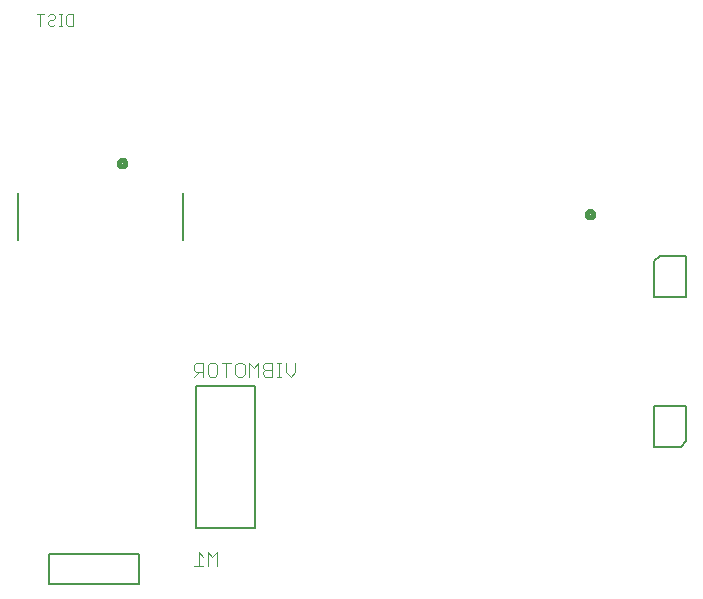
<source format=gbo>
G75*
%MOIN*%
%OFA0B0*%
%FSLAX24Y24*%
%IPPOS*%
%LPD*%
%AMOC8*
5,1,8,0,0,1.08239X$1,22.5*
%
%ADD10C,0.0160*%
%ADD11C,0.0030*%
%ADD12C,0.0050*%
%ADD13C,0.0040*%
D10*
X017424Y020555D02*
X017426Y020575D01*
X017432Y020594D01*
X017441Y020612D01*
X017453Y020628D01*
X017469Y020641D01*
X017486Y020651D01*
X017505Y020658D01*
X017525Y020661D01*
X017545Y020660D01*
X017565Y020655D01*
X017583Y020647D01*
X017599Y020635D01*
X017613Y020621D01*
X017624Y020604D01*
X017632Y020585D01*
X017636Y020565D01*
X017636Y020545D01*
X017632Y020525D01*
X017624Y020506D01*
X017613Y020489D01*
X017599Y020475D01*
X017583Y020463D01*
X017565Y020455D01*
X017545Y020450D01*
X017525Y020449D01*
X017505Y020452D01*
X017486Y020459D01*
X017469Y020469D01*
X017453Y020482D01*
X017441Y020498D01*
X017432Y020516D01*
X017426Y020535D01*
X017424Y020555D01*
X033027Y018855D02*
X033029Y018875D01*
X033035Y018894D01*
X033044Y018912D01*
X033057Y018928D01*
X033073Y018941D01*
X033091Y018950D01*
X033110Y018956D01*
X033130Y018958D01*
X033150Y018956D01*
X033169Y018950D01*
X033187Y018941D01*
X033203Y018928D01*
X033216Y018912D01*
X033225Y018894D01*
X033231Y018875D01*
X033233Y018855D01*
X033231Y018835D01*
X033225Y018816D01*
X033216Y018798D01*
X033203Y018782D01*
X033187Y018769D01*
X033169Y018760D01*
X033150Y018754D01*
X033130Y018752D01*
X033110Y018754D01*
X033091Y018760D01*
X033073Y018769D01*
X033057Y018782D01*
X033044Y018798D01*
X033035Y018816D01*
X033029Y018835D01*
X033027Y018855D01*
D11*
X015915Y025145D02*
X015729Y025145D01*
X015668Y025207D01*
X015668Y025454D01*
X015729Y025515D01*
X015915Y025515D01*
X015915Y025145D01*
X015546Y025145D02*
X015423Y025145D01*
X015485Y025145D02*
X015485Y025515D01*
X015546Y025515D02*
X015423Y025515D01*
X015301Y025454D02*
X015301Y025392D01*
X015239Y025330D01*
X015116Y025330D01*
X015054Y025268D01*
X015054Y025207D01*
X015116Y025145D01*
X015239Y025145D01*
X015301Y025207D01*
X015301Y025454D02*
X015239Y025515D01*
X015116Y025515D01*
X015054Y025454D01*
X014932Y025515D02*
X014686Y025515D01*
X014809Y025515D02*
X014809Y025145D01*
D12*
X015105Y006530D02*
X018105Y006530D01*
X018105Y007530D01*
X015105Y007530D01*
X015105Y006530D01*
X019995Y008405D02*
X021964Y008405D01*
X021964Y013129D01*
X019995Y013129D01*
X019995Y008405D01*
X019561Y017993D02*
X019561Y019567D01*
X014049Y019567D02*
X014049Y017993D01*
X035273Y017280D02*
X035273Y016111D01*
X036336Y016111D01*
X036336Y017449D01*
X035455Y017449D01*
X035273Y017280D01*
X035273Y012449D02*
X035273Y011111D01*
X036155Y011111D01*
X036336Y011280D01*
X036336Y012449D01*
X035273Y012449D01*
D13*
X023308Y013590D02*
X023155Y013437D01*
X023001Y013590D01*
X023001Y013897D01*
X022848Y013897D02*
X022694Y013897D01*
X022771Y013897D02*
X022771Y013437D01*
X022848Y013437D02*
X022694Y013437D01*
X022541Y013437D02*
X022311Y013437D01*
X022234Y013514D01*
X022234Y013590D01*
X022311Y013667D01*
X022541Y013667D01*
X022541Y013437D02*
X022541Y013897D01*
X022311Y013897D01*
X022234Y013820D01*
X022234Y013744D01*
X022311Y013667D01*
X022080Y013437D02*
X022080Y013897D01*
X021927Y013744D01*
X021774Y013897D01*
X021774Y013437D01*
X021620Y013514D02*
X021543Y013437D01*
X021390Y013437D01*
X021313Y013514D01*
X021313Y013820D01*
X021390Y013897D01*
X021543Y013897D01*
X021620Y013820D01*
X021620Y013514D01*
X021160Y013897D02*
X020853Y013897D01*
X021006Y013897D02*
X021006Y013437D01*
X020699Y013514D02*
X020699Y013820D01*
X020623Y013897D01*
X020469Y013897D01*
X020392Y013820D01*
X020392Y013514D01*
X020469Y013437D01*
X020623Y013437D01*
X020699Y013514D01*
X020239Y013590D02*
X020009Y013590D01*
X019932Y013667D01*
X019932Y013820D01*
X020009Y013897D01*
X020239Y013897D01*
X020239Y013437D01*
X020085Y013590D02*
X019932Y013437D01*
X023308Y013590D02*
X023308Y013897D01*
X020699Y007598D02*
X020546Y007445D01*
X020392Y007598D01*
X020392Y007138D01*
X020239Y007138D02*
X019932Y007138D01*
X020085Y007138D02*
X020085Y007598D01*
X020239Y007445D01*
X020699Y007598D02*
X020699Y007138D01*
M02*

</source>
